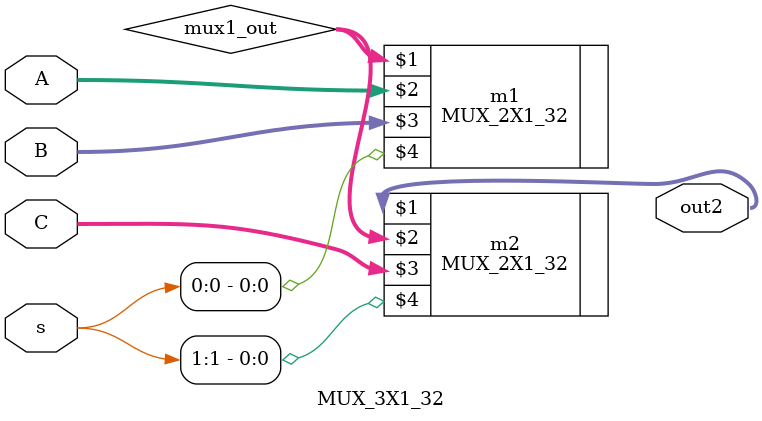
<source format=v>
module MUX_3X1_32(
output [31:0]out2,
input [31:0]A,
input [31:0]B,
input [31:0]C,
input [1:0]s);

    wire[31:0] mux1_out;

    MUX_2X1_32 m1(mux1_out,A,B,s[0]);
    MUX_2X1_32 m2(out2,mux1_out,C,s[1]);

endmodule
</source>
